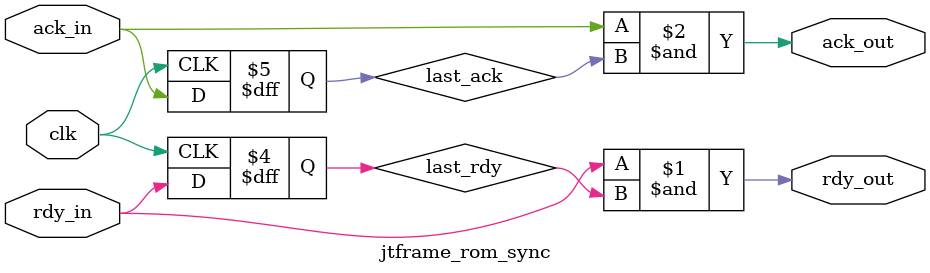
<source format=v>
/*  This file is part of JTFRAME.
    JTFRAME program is free software: you can redistribute it and/or modify
    it under the terms of the GNU General Public License as published by
    the Free Software Foundation, either version 3 of the License, or
    (at your option) any later version.

    JTFRAME program is distributed in the hope that it will be useful,
    but WITHOUT ANY WARRANTY; without even the implied warranty of
    MERCHANTABILITY or FITNESS FOR A PARTICULAR PURPOSE.  See the
    GNU General Public License for more details.

    You should have received a copy of the GNU General Public License
    along with JTFRAME.  If not, see <http://www.gnu.org/licenses/>.

    Author: Jose Tejada Gomez. Twitter: @topapate
    Version: 1.0
    Date: 27-12-2020 */

module jtframe_rom_sync(
    input       clk,
    input       rdy_in,
    input       ack_in,
    output      rdy_out,
    output      ack_out
);

reg last_rdy, last_ack;

assign rdy_out = rdy_in & last_rdy;
assign ack_out = ack_in & last_ack;

always @(posedge clk) begin
    last_rdy <= rdy_in;
    last_ack <= ack_in;
end

endmodule

</source>
